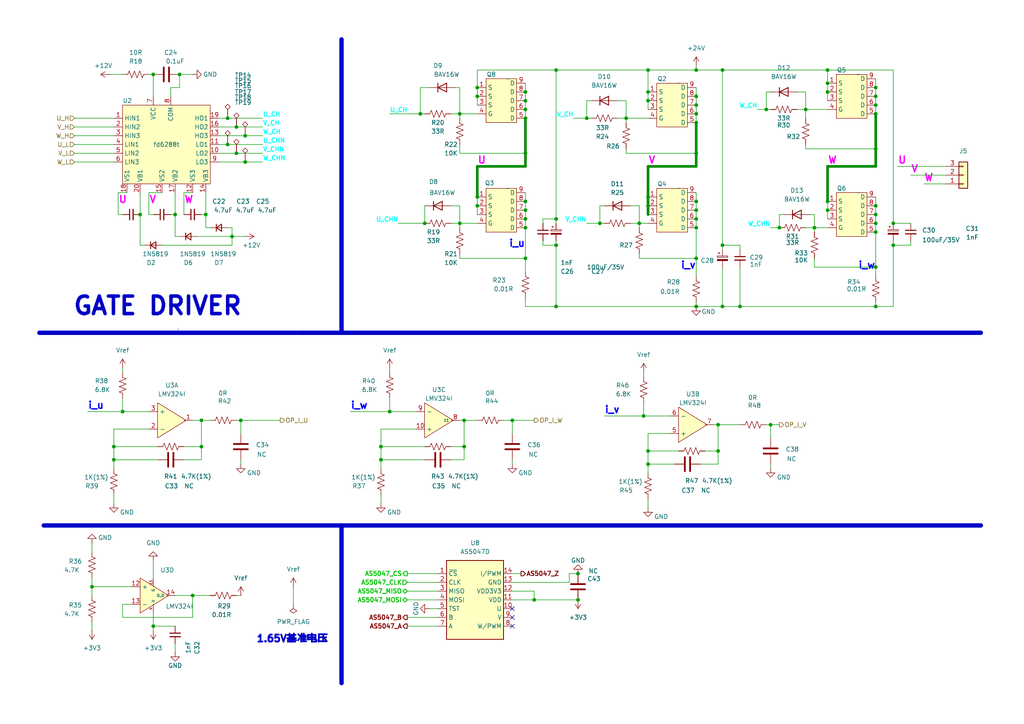
<source format=kicad_sch>
(kicad_sch (version 20231120) (generator "eeschema") (generator_version "8.0")
  (paper "A4")
  (junction (at 161.29 71.12))
  (junction (at 33.02 129.54))
  (junction (at 240.03 24.13))
  (junction (at 152.4 31.75))
  (junction (at 161.29 20.32))
  (junction (at 44.45 21.59))
  (junction (at 35.56 119.38))
  (junction (at 161.29 63.5))
  (junction (at 186.69 120.65))
  (junction (at 201.93 63.5))
  (junction (at 187.96 130.81))
  (junction (at 50.8 62.23))
  (junction (at 173.99 64.77))
  (junction (at 66.04 34.29))
  (junction (at 254 62.23))
  (junction (at 123.19 64.77))
  (junction (at 66.04 41.91))
  (junction (at 254 30.48))
  (junction (at 201.93 58.42))
  (junction (at 201.93 60.96))
  (junction (at 209.55 88.9))
  (junction (at 259.08 64.77))
  (junction (at 152.4 63.5))
  (junction (at 71.12 46.99))
  (junction (at 152.4 26.67))
  (junction (at 223.52 123.19))
  (junction (at 201.93 20.32))
  (junction (at 201.93 74.93))
  (junction (at 214.63 88.9))
  (junction (at 133.35 33.02))
  (junction (at 113.03 119.38))
  (junction (at 110.49 129.54))
  (junction (at 254 88.9))
  (junction (at 58.42 129.54))
  (junction (at 254 25.4))
  (junction (at 187.96 57.15))
  (junction (at 254 59.69))
  (junction (at 185.42 64.77))
  (junction (at 152.4 58.42))
  (junction (at 152.4 29.21))
  (junction (at 233.68 31.75))
  (junction (at 209.55 71.12))
  (junction (at 167.64 166.37))
  (junction (at 208.28 130.81))
  (junction (at 133.35 64.77))
  (junction (at 187.96 59.69))
  (junction (at 240.03 26.67))
  (junction (at 69.85 121.92))
  (junction (at 161.29 88.9))
  (junction (at 208.28 123.19))
  (junction (at 181.61 34.29))
  (junction (at 187.96 29.21))
  (junction (at 152.4 44.45))
  (junction (at 170.18 34.29))
  (junction (at 138.43 57.15))
  (junction (at 201.93 33.02))
  (junction (at 254 33.02))
  (junction (at 226.06 66.04))
  (junction (at 152.4 34.29))
  (junction (at 138.43 25.4))
  (junction (at 240.03 20.32))
  (junction (at 55.88 172.72))
  (junction (at 148.59 121.92))
  (junction (at 187.96 26.67))
  (junction (at 222.25 31.75))
  (junction (at 201.93 35.56))
  (junction (at 254 64.77))
  (junction (at 201.93 66.04))
  (junction (at 154.94 173.99))
  (junction (at 201.93 44.45))
  (junction (at 71.12 39.37))
  (junction (at 187.96 20.32))
  (junction (at 68.58 36.83))
  (junction (at 33.02 133.35))
  (junction (at 167.64 173.99))
  (junction (at 40.64 62.23))
  (junction (at 134.62 129.54))
  (junction (at 26.67 170.18))
  (junction (at 59.69 62.23))
  (junction (at 44.45 181.61))
  (junction (at 134.62 121.92))
  (junction (at 138.43 27.94))
  (junction (at 110.49 133.35))
  (junction (at 240.03 60.96))
  (junction (at 152.4 66.04))
  (junction (at 138.43 59.69))
  (junction (at 187.96 134.62))
  (junction (at 259.08 71.12))
  (junction (at 58.42 121.92))
  (junction (at 240.03 58.42))
  (junction (at 254 67.31))
  (junction (at 68.58 44.45))
  (junction (at 201.93 27.94))
  (junction (at 121.92 33.02))
  (junction (at 152.4 60.96))
  (junction (at 52.07 21.59))
  (junction (at 201.93 30.48))
  (junction (at 254 27.94))
  (junction (at 201.93 88.9))
  (junction (at 209.55 20.32))
  (junction (at 67.31 68.58))
  (junction (at 254 77.47))
  (junction (at 236.22 66.04))
  (junction (at 152.4 74.93))
  (junction (at 254 43.18))
  (no_connect (at 148.59 176.53))
  (no_connect (at 148.59 181.61))
  (no_connect (at 148.59 179.07))
  (wire (pts (xy 123.19 59.69) (xy 123.19 64.77)))
  (wire (pts (xy 130.81 59.69) (xy 133.35 59.69)))
  (wire (pts (xy 21.59 41.91) (xy 33.02 41.91)))
  (wire (pts (xy 161.29 71.12) (xy 161.29 88.9)))
  (wire (pts (xy 40.64 62.23) (xy 40.64 71.12)))
  (wire (pts (xy 35.56 179.07) (xy 55.88 179.07)))
  (wire (pts (xy 185.42 64.77) (xy 187.96 64.77)))
  (wire (pts (xy 201.93 66.04) (xy 201.93 74.93)))
  (wire (pts (xy 254 57.15) (xy 254 59.69)))
  (wire (pts (xy 161.29 63.5) (xy 161.29 64.77)))
  (wire (pts (xy 71.12 39.37) (xy 76.2 39.37)))
  (wire (pts (xy 21.59 44.45) (xy 33.02 44.45)))
  (wire (pts (xy 134.62 121.92) (xy 134.62 129.54)))
  (wire (pts (xy 236.22 66.04) (xy 240.03 66.04)))
  (wire (pts (xy 175.26 120.65) (xy 186.69 120.65)))
  (wire (pts (xy 44.45 177.8) (xy 44.45 181.61)))
  (wire (pts (xy 152.4 24.13) (xy 152.4 26.67)))
  (wire (pts (xy 264.16 69.85) (xy 264.16 71.12)))
  (wire (pts (xy 31.75 21.59) (xy 35.56 21.59)))
  (wire (pts (xy 179.07 29.21) (xy 181.61 29.21)))
  (wire (pts (xy 161.29 20.32) (xy 161.29 63.5)))
  (wire (pts (xy 50.8 186.69) (xy 50.8 189.23)))
  (wire (pts (xy 69.85 133.35) (xy 69.85 134.62)))
  (wire (pts (xy 154.94 171.45) (xy 154.94 173.99)))
  (wire (pts (xy 58.42 129.54) (xy 58.42 121.92)))
  (wire (pts (xy 240.03 60.96) (xy 240.03 63.5)))
  (polyline (pts (xy 51.816 95.504) (xy 51.562 95.504)) (stroke (width 0) (type dash)))
  (wire (pts (xy 209.55 71.12) (xy 209.55 72.39)))
  (wire (pts (xy 49.53 25.4) (xy 52.07 25.4)))
  (wire (pts (xy 26.67 167.64) (xy 26.67 170.18)))
  (wire (pts (xy 58.42 129.54) (xy 58.42 133.35)))
  (wire (pts (xy 110.49 143.51) (xy 110.49 146.05)))
  (wire (pts (xy 121.92 25.4) (xy 121.92 33.02)))
  (wire (pts (xy 152.4 48.26) (xy 138.43 48.26)) (stroke (width 0.762) (color 0 132 0 1)))
  (wire (pts (xy 236.22 62.23) (xy 236.22 66.04)))
  (wire (pts (xy 186.69 107.95) (xy 186.69 109.22)))
  (wire (pts (xy 254 43.18) (xy 254 48.26)) (stroke (width 0.762) (color 0 132 0 1)))
  (wire (pts (xy 58.42 133.35) (xy 53.34 133.35)))
  (wire (pts (xy 101.6 119.38) (xy 113.03 119.38)))
  (wire (pts (xy 240.03 26.67) (xy 240.03 29.21)))
  (wire (pts (xy 182.88 64.77) (xy 185.42 64.77)))
  (wire (pts (xy 26.67 157.48) (xy 26.67 160.02)))
  (wire (pts (xy 55.88 121.92) (xy 58.42 121.92)))
  (wire (pts (xy 118.11 179.07) (xy 127 179.07)))
  (wire (pts (xy 43.18 124.46) (xy 33.02 124.46)))
  (wire (pts (xy 63.5 34.29) (xy 66.04 34.29)))
  (wire (pts (xy 152.4 63.5) (xy 152.4 66.04)))
  (wire (pts (xy 34.29 62.23) (xy 35.56 62.23)))
  (wire (pts (xy 185.42 64.77) (xy 185.42 66.04)))
  (wire (pts (xy 138.43 25.4) (xy 138.43 20.32)))
  (wire (pts (xy 165.1 166.37) (xy 167.64 166.37)))
  (wire (pts (xy 187.96 57.15) (xy 187.96 59.69)) (stroke (width 0.762) (color 0 132 0 1)))
  (wire (pts (xy 21.59 39.37) (xy 33.02 39.37)))
  (wire (pts (xy 181.61 44.45) (xy 201.93 44.45)))
  (wire (pts (xy 43.18 21.59) (xy 44.45 21.59)))
  (wire (pts (xy 187.96 134.62) (xy 195.58 134.62)))
  (wire (pts (xy 33.02 133.35) (xy 45.72 133.35)))
  (wire (pts (xy 226.06 62.23) (xy 226.06 66.04)))
  (wire (pts (xy 264.16 71.12) (xy 259.08 71.12)))
  (wire (pts (xy 67.31 68.58) (xy 71.12 68.58)))
  (wire (pts (xy 52.07 21.59) (xy 55.88 21.59)))
  (wire (pts (xy 33.02 124.46) (xy 33.02 129.54)))
  (wire (pts (xy 59.69 62.23) (xy 59.69 55.88)))
  (wire (pts (xy 214.63 88.9) (xy 254 88.9)))
  (wire (pts (xy 118.11 168.91) (xy 127 168.91)))
  (wire (pts (xy 63.5 41.91) (xy 66.04 41.91)))
  (wire (pts (xy 170.18 29.21) (xy 170.18 34.29)))
  (wire (pts (xy 133.35 121.92) (xy 134.62 121.92)))
  (wire (pts (xy 133.35 33.02) (xy 138.43 33.02)))
  (wire (pts (xy 43.18 62.23) (xy 43.18 55.88)))
  (wire (pts (xy 69.85 121.92) (xy 69.85 125.73)))
  (wire (pts (xy 165.1 168.91) (xy 165.1 166.37)))
  (wire (pts (xy 157.48 63.5) (xy 161.29 63.5)))
  (wire (pts (xy 130.81 133.35) (xy 134.62 133.35)))
  (wire (pts (xy 233.68 41.91) (xy 233.68 43.18)))
  (wire (pts (xy 68.58 121.92) (xy 69.85 121.92)))
  (wire (pts (xy 68.58 36.83) (xy 76.2 36.83)))
  (wire (pts (xy 208.28 130.81) (xy 208.28 134.62)))
  (wire (pts (xy 231.14 26.67) (xy 233.68 26.67)))
  (wire (pts (xy 181.61 34.29) (xy 181.61 35.56)))
  (wire (pts (xy 110.49 129.54) (xy 110.49 133.35)))
  (wire (pts (xy 138.43 57.15) (xy 138.43 59.69)))
  (wire (pts (xy 40.64 71.12) (xy 41.91 71.12)))
  (wire (pts (xy 173.99 59.69) (xy 173.99 64.77)))
  (wire (pts (xy 267.97 53.34) (xy 274.32 53.34)))
  (wire (pts (xy 170.18 64.77) (xy 173.99 64.77)))
  (wire (pts (xy 152.4 66.04) (xy 152.4 74.93)))
  (wire (pts (xy 234.95 62.23) (xy 236.22 62.23)))
  (wire (pts (xy 63.5 44.45) (xy 68.58 44.45)))
  (wire (pts (xy 181.61 34.29) (xy 187.96 34.29)))
  (wire (pts (xy 201.93 30.48) (xy 201.93 33.02)))
  (wire (pts (xy 21.59 34.29) (xy 33.02 34.29)))
  (wire (pts (xy 209.55 77.47) (xy 209.55 88.9)))
  (wire (pts (xy 208.28 123.19) (xy 214.63 123.19)))
  (wire (pts (xy 130.81 64.77) (xy 133.35 64.77)))
  (wire (pts (xy 254 48.26) (xy 240.03 48.26)) (stroke (width 0.762) (color 0 132 0 1)))
  (wire (pts (xy 63.5 39.37) (xy 71.12 39.37)))
  (wire (pts (xy 34.29 55.88) (xy 36.83 55.88)))
  (wire (pts (xy 53.34 129.54) (xy 58.42 129.54)))
  (wire (pts (xy 259.08 20.32) (xy 259.08 64.77)))
  (wire (pts (xy 146.05 121.92) (xy 148.59 121.92)))
  (wire (pts (xy 231.14 31.75) (xy 233.68 31.75)))
  (wire (pts (xy 124.46 25.4) (xy 121.92 25.4)))
  (wire (pts (xy 240.03 24.13) (xy 240.03 26.67)))
  (wire (pts (xy 201.93 20.32) (xy 209.55 20.32)))
  (wire (pts (xy 44.45 162.56) (xy 44.45 167.64)))
  (wire (pts (xy 148.59 171.45) (xy 154.94 171.45)))
  (wire (pts (xy 152.4 60.96) (xy 152.4 63.5)))
  (wire (pts (xy 133.35 41.91) (xy 133.35 44.45)))
  (wire (pts (xy 240.03 48.26) (xy 240.03 58.42)) (stroke (width 0.762) (color 0 132 0 1)))
  (wire (pts (xy 227.33 62.23) (xy 226.06 62.23)))
  (wire (pts (xy 53.34 55.88) (xy 55.88 55.88)))
  (wire (pts (xy 118.11 171.45) (xy 127 171.45)))
  (wire (pts (xy 43.18 62.23) (xy 44.45 62.23)))
  (wire (pts (xy 201.93 74.93) (xy 201.93 80.01)))
  (wire (pts (xy 133.35 64.77) (xy 133.35 66.04)))
  (wire (pts (xy 152.4 29.21) (xy 152.4 31.75)))
  (wire (pts (xy 118.11 166.37) (xy 127 166.37)))
  (wire (pts (xy 201.93 48.26) (xy 187.96 48.26)) (stroke (width 0.762) (color 0 132 0 1)))
  (wire (pts (xy 222.25 31.75) (xy 223.52 31.75)))
  (wire (pts (xy 201.93 60.96) (xy 201.93 63.5)))
  (wire (pts (xy 233.68 31.75) (xy 240.03 31.75)))
  (wire (pts (xy 240.03 20.32) (xy 240.03 24.13)))
  (wire (pts (xy 152.4 44.45) (xy 152.4 48.26)) (stroke (width 0.762) (color 0 132 0 1)))
  (wire (pts (xy 254 22.86) (xy 254 25.4)))
  (wire (pts (xy 254 30.48) (xy 254 33.02)))
  (wire (pts (xy 66.04 41.91) (xy 76.2 41.91)))
  (wire (pts (xy 187.96 130.81) (xy 196.85 130.81)))
  (wire (pts (xy 134.62 129.54) (xy 134.62 133.35)))
  (wire (pts (xy 204.47 130.81) (xy 208.28 130.81)))
  (wire (pts (xy 69.85 121.92) (xy 81.28 121.92)))
  (wire (pts (xy 133.35 44.45) (xy 152.4 44.45)))
  (wire (pts (xy 161.29 88.9) (xy 201.93 88.9)))
  (wire (pts (xy 187.96 125.73) (xy 187.96 130.81)))
  (wire (pts (xy 35.56 175.26) (xy 35.56 179.07)))
  (wire (pts (xy 187.96 125.73) (xy 194.31 125.73)))
  (wire (pts (xy 113.03 33.02) (xy 121.92 33.02)))
  (wire (pts (xy 209.55 20.32) (xy 209.55 71.12)))
  (wire (pts (xy 113.03 119.38) (xy 120.65 119.38)))
  (wire (pts (xy 187.96 144.78) (xy 187.96 147.32)))
  (wire (pts (xy 254 62.23) (xy 254 64.77)))
  (wire (pts (xy 260.35 48.26) (xy 274.32 48.26)))
  (wire (pts (xy 171.45 29.21) (xy 170.18 29.21)))
  (wire (pts (xy 67.31 68.58) (xy 67.31 71.12)))
  (wire (pts (xy 187.96 137.16) (xy 187.96 134.62)))
  (wire (pts (xy 233.68 26.67) (xy 233.68 31.75)))
  (wire (pts (xy 201.93 63.5) (xy 201.93 66.04)))
  (wire (pts (xy 187.96 59.69) (xy 187.96 62.23)) (stroke (width 0.762) (color 0 132 0 1)))
  (wire (pts (xy 55.88 172.72) (xy 60.96 172.72)))
  (wire (pts (xy 173.99 64.77) (xy 175.26 64.77)))
  (wire (pts (xy 233.68 31.75) (xy 233.68 34.29)))
  (wire (pts (xy 133.35 33.02) (xy 133.35 34.29)))
  (wire (pts (xy 254 64.77) (xy 254 67.31)))
  (wire (pts (xy 52.07 25.4) (xy 52.07 21.59)))
  (wire (pts (xy 157.48 64.77) (xy 157.48 63.5)))
  (wire (pts (xy 152.4 86.36) (xy 152.4 88.9)))
  (wire (pts (xy 148.59 133.35) (xy 148.59 134.62)))
  (wire (pts (xy 254 88.9) (xy 259.08 88.9)))
  (wire (pts (xy 173.99 59.69) (xy 175.26 59.69)))
  (wire (pts (xy 63.5 46.99) (xy 71.12 46.99)))
  (wire (pts (xy 53.34 62.23) (xy 53.34 55.88)))
  (wire (pts (xy 33.02 143.51) (xy 33.02 146.05)))
  (wire (pts (xy 170.18 34.29) (xy 171.45 34.29)))
  (wire (pts (xy 21.59 36.83) (xy 33.02 36.83)))
  (wire (pts (xy 254 33.02) (xy 254 43.18)) (stroke (width 0.762) (color 0 132 0 1)))
  (wire (pts (xy 187.96 29.21) (xy 187.96 31.75)))
  (wire (pts (xy 130.81 33.02) (xy 133.35 33.02)))
  (wire (pts (xy 21.59 46.99) (xy 33.02 46.99)))
  (wire (pts (xy 152.4 31.75) (xy 152.4 34.29)))
  (wire (pts (xy 68.58 172.72) (xy 69.85 172.72)))
  (wire (pts (xy 152.4 88.9) (xy 161.29 88.9)))
  (wire (pts (xy 254 87.63) (xy 254 88.9)))
  (wire (pts (xy 133.35 73.66) (xy 133.35 74.93)))
  (wire (pts (xy 50.8 68.58) (xy 52.07 68.58)))
  (wire (pts (xy 133.35 74.93) (xy 152.4 74.93)))
  (wire (pts (xy 133.35 64.77) (xy 138.43 64.77)))
  (wire (pts (xy 68.58 44.45) (xy 76.2 44.45)))
  (wire (pts (xy 46.99 71.12) (xy 67.31 71.12)))
  (wire (pts (xy 123.19 64.77) (xy 115.57 64.77)))
  (wire (pts (xy 110.49 129.54) (xy 123.19 129.54)))
  (wire (pts (xy 254 77.47) (xy 254 80.01)))
  (wire (pts (xy 201.93 44.45) (xy 201.93 48.26)) (stroke (width 0.762) (color 0 132 0 1)))
  (wire (pts (xy 148.59 168.91) (xy 165.1 168.91)))
  (wire (pts (xy 187.96 20.32) (xy 187.96 26.67)))
  (wire (pts (xy 222.25 26.67) (xy 222.25 31.75)))
  (wire (pts (xy 240.03 20.32) (xy 259.08 20.32)))
  (wire (pts (xy 187.96 130.81) (xy 187.96 134.62)))
  (wire (pts (xy 35.56 119.38) (xy 43.18 119.38)))
  (wire (pts (xy 148.59 121.92) (xy 154.94 121.92)))
  (polyline (pts (xy 87.63 96.52) (xy 284.48 96.52)) (stroke (width 1.27)))
  (wire (pts (xy 254 27.94) (xy 254 30.48)))
  (wire (pts (xy 223.52 66.04) (xy 226.06 66.04)))
  (wire (pts (xy 187.96 20.32) (xy 201.93 20.32)))
  (wire (pts (xy 26.67 180.34) (xy 26.67 182.88)))
  (wire (pts (xy 152.4 74.93) (xy 152.4 78.74)))
  (wire (pts (xy 209.55 71.12) (xy 214.63 71.12)))
  (wire (pts (xy 130.81 129.54) (xy 134.62 129.54)))
  (wire (pts (xy 34.29 55.88) (xy 34.29 62.23)))
  (wire (pts (xy 209.55 88.9) (xy 214.63 88.9)))
  (wire (pts (xy 71.12 46.99) (xy 76.2 46.99)))
  (wire (pts (xy 214.63 72.39) (xy 214.63 71.12)))
  (wire (pts (xy 50.8 172.72) (xy 55.88 172.72)))
  (wire (pts (xy 138.43 30.48) (xy 138.43 27.94)))
  (polyline (pts (xy 99.06 152.4) (xy 99.06 198.12)) (stroke (width 1.27)))
  (wire (pts (xy 264.16 50.8) (xy 274.32 50.8)))
  (wire (pts (xy 259.08 69.85) (xy 259.08 71.12)))
  (wire (pts (xy 138.43 59.69) (xy 138.43 62.23)))
  (wire (pts (xy 40.64 55.88) (xy 40.64 62.23)))
  (wire (pts (xy 133.35 25.4) (xy 133.35 33.02)))
  (wire (pts (xy 203.2 134.62) (xy 208.28 134.62)))
  (wire (pts (xy 121.92 33.02) (xy 123.19 33.02)))
  (wire (pts (xy 157.48 69.85) (xy 157.48 71.12)))
  (wire (pts (xy 35.56 115.57) (xy 35.56 119.38)))
  (wire (pts (xy 154.94 173.99) (xy 167.64 173.99)))
  (wire (pts (xy 58.42 121.92) (xy 60.96 121.92)))
  (wire (pts (xy 161.29 69.85) (xy 161.29 71.12)))
  (wire (pts (xy 124.46 176.53) (xy 127 176.53)))
  (wire (pts (xy 63.5 36.83) (xy 68.58 36.83)))
  (wire (pts (xy 161.29 20.32) (xy 187.96 20.32)))
  (wire (pts (xy 207.01 123.19) (xy 208.28 123.19)))
  (wire (pts (xy 201.93 19.05) (xy 201.93 20.32)))
  (wire (pts (xy 118.11 173.99) (xy 127 173.99)))
  (wire (pts (xy 44.45 181.61) (xy 50.8 181.61)))
  (wire (pts (xy 254 25.4) (xy 254 27.94)))
  (wire (pts (xy 44.45 21.59) (xy 44.45 27.94)))
  (wire (pts (xy 236.22 66.04) (xy 236.22 67.31)))
  (wire (pts (xy 58.42 62.23) (xy 59.69 62.23)))
  (wire (pts (xy 259.08 71.12) (xy 259.08 88.9)))
  (polyline (pts (xy 12.7 152.4) (xy 284.48 152.4)) (stroke (width 1.27)))
  (wire (pts (xy 187.96 26.67) (xy 187.96 29.21)))
  (wire (pts (xy 186.69 116.84) (xy 186.69 120.65)))
  (wire (pts (xy 133.35 59.69) (xy 133.35 64.77)))
  (wire (pts (xy 138.43 20.32) (xy 161.29 20.32)))
  (wire (pts (xy 236.22 74.93) (xy 236.22 77.47)))
  (wire (pts (xy 208.28 123.19) (xy 208.28 130.81)))
  (wire (pts (xy 57.15 68.58) (xy 67.31 68.58)))
  (wire (pts (xy 26.67 170.18) (xy 26.67 172.72)))
  (wire (pts (xy 38.1 175.26) (xy 35.56 175.26)))
  (wire (pts (xy 113.03 106.68) (xy 113.03 107.95)))
  (wire (pts (xy 254 67.31) (xy 254 77.47)))
  (wire (pts (xy 154.94 173.99) (xy 148.59 173.99)))
  (wire (pts (xy 233.68 43.18) (xy 254 43.18)))
  (wire (pts (xy 187.96 48.26) (xy 187.96 57.15)) (stroke (width 0.762) (color 0 132 0 1)))
  (wire (pts (xy 35.56 106.68) (xy 35.56 107.95)))
  (wire (pts (xy 59.69 62.23) (xy 59.69 66.04)))
  (wire (pts (xy 152.4 34.29) (xy 152.4 44.45)) (stroke (width 0.762) (color 0 132 0 1)))
  (wire (pts (xy 185.42 74.93) (xy 201.93 74.93)))
  (wire (pts (xy 148.59 166.37) (xy 151.13 166.37)))
  (wire (pts (xy 148.59 121.92) (xy 148.59 125.73)))
  (wire (pts (xy 179.07 34.29) (xy 181.61 34.29)))
  (wire (pts (xy 222.25 26.67) (xy 223.52 26.67)))
  (wire (pts (xy 157.48 71.12) (xy 161.29 71.12)))
  (wire (pts (xy 201.93 87.63) (xy 201.93 88.9)))
  (wire (pts (xy 254 59.69) (xy 254 62.23)))
  (wire (pts (xy 201.93 35.56) (xy 201.93 44.45)) (stroke (width 0.762) (color 0 132 0 1)))
  (wire (pts (xy 181.61 43.18) (xy 181.61 44.45)))
  (wire (pts (xy 233.68 66.04) (xy 236.22 66.04)))
  (wire (pts (xy 49.53 62.23) (xy 50.8 62.23)))
  (wire (pts (xy 166.37 34.29) (xy 170.18 34.29)))
  (wire (pts (xy 185.42 73.66) (xy 185.42 74.93)))
  (wire (pts (xy 44.45 181.61) (xy 44.45 182.88)))
  (wire (pts (xy 33.02 135.89) (xy 33.02 133.35)))
  (wire (pts (xy 223.52 134.62) (xy 223.52 135.89)))
  (wire (pts (xy 55.88 172.72) (xy 55.88 179.07)))
  (wire (pts (xy 59.69 66.04) (xy 60.96 66.04)))
  (wire (pts (xy 110.49 133.35) (xy 123.19 133.35)))
  (wire (pts (xy 43.18 55.88) (xy 46.99 55.88)))
  (polyline (pts (xy 99.06 11.43) (xy 99.06 96.52)) (stroke (width 1.27)))
  (wire (pts (xy 201.93 58.42) (xy 201.93 60.96)))
  (wire (pts (xy 33.02 129.54) (xy 45.72 129.54)))
  (wire (pts (xy 25.4 119.38) (xy 35.56 119.38)))
  (wire (pts (xy 50.8 62.23) (xy 50.8 68.58)))
  (wire (pts (xy 110.49 124.46) (xy 110.49 129.54)))
  (wire (pts (xy 219.71 31.75) (xy 222.25 31.75)))
  (wire (pts (xy 236.22 77.47) (xy 254 77.47)))
  (wire (pts (xy 201.93 25.4) (xy 201.93 27.94)))
  (wire (pts (xy 66.04 34.29) (xy 76.2 34.29)))
  (wire (pts (xy 118.11 181.61) (xy 127 181.61)))
  (wire (pts (xy 223.52 123.19) (xy 226.06 123.19)))
  (wire (pts (xy 33.02 129.54) (xy 33.02 133.35)))
  (wire (pts (xy 201.93 55.88) (xy 201.93 58.42)))
  (wire (pts (xy 49.53 27.94) (xy 49.53 25.4)))
  (wire (pts (xy 67.31 66.04) (xy 67.31 68.58)))
  (wire (pts (xy 26.67 170.18) (xy 38.1 170.18)))
  (wire (pts (xy 186.69 120.65) (xy 194.31 120.65)))
  (wire (pts (xy 259.08 64.77) (xy 264.16 64.77)))
  (wire (pts (xy 152.4 55.88) (xy 152.4 58.42)))
  (wire (pts (xy 134.62 121.92) (xy 138.43 121.92)))
  (wire (pts (xy 223.52 123.19) (xy 223.52 127)))
  (wire (pts (xy 201.93 33.02) (xy 201.93 35.56)))
  (wire (pts (xy 110.49 124.46) (xy 120.65 124.46)))
  (wire (pts (xy 222.25 123.19) (xy 223.52 123.19)))
  (wire (pts (xy 214.63 77.47) (xy 214.63 88.9)))
  (wire (pts (xy 138.43 27.94) (xy 138.43 25.4)))
  (wire (pts (xy 66.04 66.04) (xy 67.31 66.04)))
  (wire (pts (xy 110.49 135.89) (xy 110.49 133.35)))
  (wire (pts (xy 85.09 170.18) (xy 85.09 175.26)))
  (wire (pts (xy 201.93 88.9) (xy 209.55 88.9)))
  (wire (pts (xy 201.93 27.94) (xy 201.93 30.48)))
  (wire (pts (xy 50.8 55.88) (xy 50.8 62.23)))
  (polyline (pts (xy 11.43 96.52) (xy 87.63 96.52)) (stroke (width 1.27)))
  (wire (pts (xy 132.08 25.4) (xy 133.35 25.4)))
  (wire (pts (xy 209.55 20.32) (xy 240.03 20.32)))
  (wire (pts (xy 152.4 26.67) (xy 152.4 29.21)))
  (wire (pts (xy 152.4 58.42) (xy 152.4 60.96)))
  (wire (pts (xy 240.03 58.42) (xy 240.03 60.96)))
  (wire (pts (xy 138.43 48.26) (xy 138.43 57.15)) (stroke (width 0.762) (color 0 132 0 1)))
  (wire (pts (xy 185.42 59.69) (xy 182.88 59.69)))
  (wire (pts (xy 181.61 29.21) (xy 181.61 34.29)))
  (wire (pts (xy 113.03 115.57) (xy 113.03 119.38)))
  (wire (pts (xy 185.42 64.77) (xy 185.42 59.69)))
  (text "GATE DRIVER" (at 45.72 88.9 0) (effects (font (size 5.08 5.08) (bold yes))))
  (text "1.65V基准电压" (at 84.836 185.42 0) (effects (font (size 2.032 2.032) (thickness 1.016) (bold yes))))
  (label "U_CH" (at 76.2 34.29 0) (effects (font (thickness 0.254) (bold yes))))
  (label "W" (at 53.34 59.69 0) (effects (font (size 2.032 2.032) (thickness 0.4064) (bold yes))))
  (label "W" (at 267.97 53.34 0) (effects (font (size 2.032 2.032) (thickness 0.4064) (bold yes))))
  (label "U" (at 138.43 48.26 0) (effects (font (size 2.032 2.032) (thickness 0.4064) (bold yes))))
  (label "U_CHN" (at 76.2 41.91 0) (effects (font (thickness 0.254) (bold yes))))
  (label "i_v" (at 175.26 120.65 0) (effects (font (size 2.032 2.032) (thickness 0.4064) (bold yes))))
  (label "V_CH" (at 76.2 36.83 0) (effects (font (thickness 0.254) (bold yes))))
  (label "W" (at 240.03 48.26 0) (effects (font (size 2.032 2.032) (thickness 0.4064) (bold yes))))
  (label "W_CH" (at 219.71 31.75 180) (effects (font (thickness 0.254) (bold yes))))
  (label "i_u" (at 25.4 119.38 0) (effects (font (size 2.032 2.032) (thickness 0.4064) (bold yes))))
  (label "i_v" (at 201.93 78.74 180) (effects (font (size 2.032 2.032) (thickness 0.4064) (bold yes))))
  (label "U_CH" (at 113.03 33.02 0) (effects (font (thickness 0.254) (bold yes))))
  (label "U" (at 260.35 48.26 0) (effects (font (size 2.032 2.032) (thickness 0.4064) (bold yes))))
  (label "V" (at 43.18 59.69 0) (effects (font (size 2.032 2.032) (thickness 0.4064) (bold yes))))
  (label "U" (at 34.29 59.69 0) (effects (font (size 2.032 2.032) (thickness 0.4064) (bold yes))))
  (label "V_CHN" (at 76.2 44.45 0) (effects (font (thickness 0.254) (bold yes))))
  (label "U_CHN" (at 115.57 64.77 180) (effects (font (thickness 0.254) (bold yes))))
  (label "V_CH" (at 166.37 34.29 180) (effects (font (thickness 0.254) (bold yes))))
  (label "V" (at 187.96 48.26 0) (effects (font (size 2.032 2.032) (thickness 0.4064) (bold yes))))
  (label "i_u" (at 152.4 72.39 180) (effects (font (size 2.032 2.032) (thickness 0.4064) (bold yes))))
  (label "V_CHN" (at 170.18 64.77 180) (effects (font (thickness 0.254) (bold yes))))
  (label "i_w" (at 101.6 119.38 0) (effects (font (size 2.032 2.032) (thickness 0.4064) (bold yes))))
  (label "V" (at 264.16 50.8 0) (effects (font (size 2.032 2.032) (thickness 0.4064) (bold yes))))
  (label "W_CHN" (at 76.2 46.99 0) (effects (font (thickness 0.254) (bold yes))))
  (label "W_CH" (at 76.2 39.37 0) (effects (font (thickness 0.254) (bold yes))))
  (label "i_w" (at 254 78.74 180) (effects (font (size 2.032 2.032) (thickness 0.4064) (bold yes))))
  (label "W_CHN" (at 223.52 66.04 180) (effects (font (thickness 0.254) (bold yes))))
  (hierarchical_label "AS5047_CS" (shape output) (at 118.11 166.37 180) (effects (font (thickness 0.254) (bold yes))))
  (hierarchical_label "OP_I_V" (shape output) (at 226.06 123.19 0))
  (hierarchical_label "W_L" (shape input) (at 21.59 46.99 180))
  (hierarchical_label "AS5047_MOSI" (shape bidirectional) (at 118.11 173.99 180) (effects (font (bold yes))))
  (hierarchical_label "OP_I_U" (shape output) (at 81.28 121.92 0))
  (hierarchical_label "AS5047_MISO" (shape bidirectional) (at 118.11 171.45 180) (effects (font (bold yes))))
  (hierarchical_label "AS5047_B" (shape output) (at 118.11 179.07 180) (effects (font (thickness 0.254) (bold yes))))
  (hierarchical_label "AS5047_CLK" (shape input) (at 118.11 168.91 180) (effects (font (bold yes))))
  (hierarchical_label "AS5047_Z" (shape output) (at 151.13 166.37 0) (effects (font (thickness 0.254) (bold yes))))
  (hierarchical_label "AS5047_A" (shape output) (at 118.11 181.61 180) (effects (font (thickness 0.254) (bold yes))))
  (hierarchical_label "U_L" (shape input) (at 21.59 41.91 180))
  (hierarchical_label "W_H" (shape input) (at 21.59 39.37 180))
  (hierarchical_label "V_L" (shape input) (at 21.59 44.45 180))
  (hierarchical_label "OP_I_W" (shape output) (at 154.94 121.92 0))
  (hierarchical_label "V_H" (shape input) (at 21.59 36.83 180))
  (hierarchical_label "U_H" (shape input) (at 21.59 34.29 180))
  (symbol (lib_id "User_Power:HYG025N06") (at 140.97 22.86 0) (unit 1)
    (property "Reference" "Q8" (at 142.494 21.59 0))
    (property "Value" "~" (at 147.32 22.86 0))
    (property "Footprint" "Package_DFN_QFN:DFN-8-1EP_6x5mm_P1.27mm_EP4x4mm" (effects (hide yes)))
  )
  (symbol (lib_id "power:GND") (at 110.49 146.05 0) (unit 1)
    (property "Reference" "#PWR052" (effects (hide yes)))
    (property "Value" "GND" (at 114.3 148.59 0))
  )
  (symbol (lib_id "Device:C_Small") (at 157.48 67.31 0) (mirror y) (unit 1)
    (property "Reference" "C26" (at 162.56 78.74 0) (effects (justify right)))
    (property "Value" "1nF" (at 162.56 76.2 0) (effects (justify right)))
    (property "Footprint" "Capacitor_SMD:C_0603_1608Metric" (effects (hide yes)))
  )
  (symbol (lib_id "Device:R_US") (at 35.56 111.76 0) (unit 1)
    (property "Reference" "R38" (at 29.464 110.49 0))
    (property "Value" "6.8K" (at 29.718 113.03 0))
    (property "Footprint" "Resistor_SMD:R_0603_1608Metric" (effects (hide yes)))
  )
  (symbol (lib_id "Device:C") (at 148.59 129.54 180) (unit 1)
    (property "Reference" "C36" (at 156.845 129.032 0) (effects (justify left)))
    (property "Value" "NC" (at 156.083 131.826 0) (effects (justify left)))
    (property "Footprint" "Capacitor_SMD:C_0603_1608Metric" (effects (hide yes)))
  )
  (symbol (lib_id "power:GND") (at 167.64 166.37 180) (unit 1)
    (property "Reference" "#PWR062" (effects (hide yes)))
    (property "Value" "GND" (at 165.608 162.56 0) (effects (justify right)))
    (property "Description" "Power symbol creates a global label with name \"GND\" , ground" (effects (hide yes)))
  )
  (symbol (lib_id "Device:C_Small") (at 50.8 184.15 0) (mirror y) (unit 1)
    (property "Reference" "C32" (at 57.15 185.928 90) (effects (justify right)))
    (property "Value" "1nF" (at 54.61 185.928 90) (effects (justify right)))
    (property "Footprint" "Capacitor_SMD:C_0603_1608Metric" (effects (hide yes)))
  )
  (symbol (lib_id "power:GND") (at 201.93 88.9 0) (unit 1)
    (property "Reference" "#PWR044" (effects (hide yes)))
    (property "Value" "GND" (at 205.486 90.424 0))
  )
  (symbol (lib_id "Device:C") (at 199.39 134.62 90) (unit 1)
    (property "Reference" "C37" (at 201.549 142.24 90) (effects (justify left)))
    (property "Value" "NC" (at 206.121 142.24 90) (effects (justify left)))
    (property "Footprint" "Capacitor_SMD:C_0603_1608Metric" (effects (hide yes)))
  )
  (symbol (lib_id "Device:R_US") (at 127 129.54 90) (unit 1)
    (property "Reference" "R43" (at 127 138.176 90))
    (property "Value" "4.7K(1%)" (at 134.366 138.176 90))
    (property "Footprint" "Resistor_SMD:R_0603_1608Metric" (effects (hide yes)))
  )
  (symbol (lib_id "Device:R_US") (at 26.67 163.83 180) (unit 1)
    (property "Reference" "R36" (at 21.844 162.814 0))
    (property "Value" "4.7K" (at 20.828 165.354 0))
    (property "Footprint" "Resistor_SMD:R_0603_1608Metric" (effects (hide yes)))
  )
  (symbol (lib_id "Device:R_US") (at 33.02 139.7 180) (unit 1)
    (property "Reference" "R39" (at 26.67 140.97 0))
    (property "Value" "1K(1%)" (at 27.94 138.43 0))
    (property "Footprint" "Resistor_SMD:R_0603_1608Metric" (effects (hide yes)))
  )
  (symbol (lib_id "Device:R_US") (at 26.67 176.53 180) (unit 1)
    (property "Reference" "R35" (at 21.844 175.514 0))
    (property "Value" "4.7K" (at 20.828 178.054 0))
    (property "Footprint" "Resistor_SMD:R_0603_1608Metric" (effects (hide yes)))
  )
  (symbol (lib_id "Device:R_US") (at 127 33.02 270) (unit 1)
    (property "Reference" "R20" (at 127 35.56 90))
    (property "Value" "33R" (at 127 38.1 90))
    (property "Footprint" "Resistor_SMD:R_0603_1608Metric" (effects (hide yes)))
  )
  (symbol (lib_id "power:GND") (at 26.67 157.48 180) (unit 1)
    (property "Reference" "#PWR045" (effects (hide yes)))
    (property "Value" "GND" (at 30.48 155.956 0))
    (property "Description" "Power symbol creates a global label with name \"GND\" , ground" (effects (hide yes)))
  )
  (symbol (lib_id "Device:R_US") (at 229.87 66.04 270) (unit 1)
    (property "Reference" "R31" (at 229.87 68.58 90))
    (property "Value" "33R" (at 229.87 70.358 90))
    (property "Footprint" "Resistor_SMD:R_0603_1608Metric" (effects (hide yes)))
  )
  (symbol (lib_id "User_Sensor:LMV324IDT") (at 196.85 118.11 0) (unit 2)
    (property "Reference" "U3" (at 200.9775 114.3 0))
    (property "Value" "LMV324I" (at 200.9775 116.84 0))
    (property "Footprint" "Package_SO:SSOP-14_5.3x6.2mm_P0.65mm" (effects (hide yes)))
  )
  (symbol (lib_id "User_Power:HYG025N06") (at 242.57 55.88 0) (unit 1)
    (property "Reference" "Q6" (at 244.094 54.61 0))
    (property "Value" "~" (at 248.92 55.88 0))
    (property "Footprint" "Package_DFN_QFN:DFN-8-1EP_6x5mm_P1.27mm_EP4x4mm" (effects (hide yes)))
  )
  (symbol (lib_id "Device:C_Small") (at 55.88 62.23 90) (unit 1)
    (property "Reference" "C25" (at 76.2 58.42 90))
    (property "Value" "4.7uF" (at 77.47 60.96 90))
    (property "Footprint" "Capacitor_SMD:C_0805_2012Metric" (effects (hide yes)))
  )
  (symbol (lib_id "Device:C") (at 49.53 133.35 90) (unit 1)
    (property "Reference" "C33" (at 51.689 140.97 90) (effects (justify left)))
    (property "Value" "NC" (at 56.261 140.97 90) (effects (justify left)))
    (property "Footprint" "Capacitor_SMD:C_0603_1608Metric" (effects (hide yes)))
  )
  (symbol (lib_id "power:GND") (at 50.8 189.23 0) (unit 1)
    (property "Reference" "#PWR047" (effects (hide yes)))
    (property "Value" "GND" (at 52.832 193.04 0) (effects (justify right)))
    (property "Description" "Power symbol creates a global label with name \"GND\" , ground" (effects (hide yes)))
  )
  (symbol (lib_id "Device:R_US") (at 218.44 123.19 90) (unit 1)
    (property "Reference" "R48" (at 218.821 117.602 90))
    (property "Value" "0R" (at 218.313 115.316 90))
    (property "Footprint" "Resistor_SMD:R_0603_1608Metric" (effects (hide yes)))
  )
  (symbol (lib_id "Device:R_US") (at 233.68 38.1 0) (unit 1)
    (property "Reference" "R32" (at 230.124 39.624 0))
    (property "Value" "4.7K" (effects (hide yes)))
    (property "Footprint" "Resistor_SMD:R_0603_1608Metric" (effects (hide yes)))
  )
  (symbol (lib_id "Device:C") (at 69.85 129.54 180) (unit 1)
    (property "Reference" "C34" (at 78.105 129.032 0) (effects (justify left)))
    (property "Value" "NC" (at 77.343 131.826 0) (effects (justify left)))
    (property "Footprint" "Capacitor_SMD:C_0603_1608Metric" (effects (hide yes)))
  )
  (symbol (lib_id "power:GND") (at 33.02 146.05 0) (unit 1)
    (property "Reference" "#PWR051" (effects (hide yes)))
    (property "Value" "GND" (at 36.83 148.59 0))
  )
  (symbol (lib_id "User_Sensor:AS5047D") (at 139.7 173.99 0) (unit 1)
    (property "Reference" "U8" (at 137.795 157.48 0))
    (property "Value" "AS5047D" (at 137.795 160.02 0))
    (property "Footprint" "Package_SO:TSSOP-14_4.4x5mm_P0.65mm" (effects (hide yes)))
    (property "Datasheet" "https://ams.com/documents/20143/36005/AS5047D_DS000394_2-00.pdf" (effects (hide yes)))
    (property "Description" "On-Axis Magnetic Position Sensor, 14-bit, PWM Output, ABI Output, UVW Output, SPI Interface, TSSOP-14" (effects (hide yes)))
  )
  (symbol (lib_id "Device:R_US") (at 227.33 31.75 270) (unit 1)
    (property "Reference" "R30" (at 227.33 36.322 90))
    (property "Value" "33R" (at 227.33 34.29 90))
    (property "Footprint" "Resistor_SMD:R_0603_1608Metric" (effects (hide yes)))
  )
  (symbol (lib_id "power:VAA") (at 113.03 106.68 0) (unit 1)
    (property "Reference" "#PWR054" (effects (hide yes)))
    (property "Value" "Vref" (at 113.03 101.6 0))
    (property "Description" "Power symbol creates a global label with name \"VAA\"" (effects (hide yes)))
  )
  (symbol (lib_id "Device:C_Small") (at 38.1 62.23 90) (unit 1)
    (property "Reference" "C22" (at 63.5 58.42 90))
    (property "Value" "4.7uF" (at 64.77 60.96 90))
    (property "Footprint" "Capacitor_SMD:C_0805_2012Metric" (effects (hide yes)))
  )
  (symbol (lib_id "Connector:TestPoint_Alt") (at 68.58 36.83 0) (unit 1)
    (property "Reference" "TP15" (at 68.072 23.368 0) (effects (justify left)))
    (property "Value" "TestPoint_Alt" (effects (hide yes)))
    (property "Footprint" "TestPoint:TestPoint_Pad_D1.0mm" (effects (hide yes)))
    (property "Description" "test point (alternative shape)" (effects (hide yes)))
  )
  (symbol (lib_id "Device:R_US") (at 39.37 21.59 90) (unit 1)
    (property "Reference" "R18" (at 39.37 17.78 90))
    (property "Value" "10R" (at 39.37 15.24 90))
    (property "Footprint" "Resistor_SMD:R_0603_1608Metric" (effects (hide yes)))
  )
  (symbol (lib_id "Device:R_US") (at 142.24 121.92 90) (unit 1)
    (property "Reference" "R44" (at 142.621 116.332 90))
    (property "Value" "0R" (at 142.113 114.046 90))
    (property "Footprint" "Resistor_SMD:R_0603_1608Metric" (effects (hide yes)))
  )
  (symbol (lib_id "Device:C") (at 223.52 130.81 180) (unit 1)
    (property "Reference" "C38" (at 231.775 130.302 0) (effects (justify left)))
    (property "Value" "NC" (at 231.013 133.096 0) (effects (justify left)))
    (property "Footprint" "Capacitor_SMD:C_0603_1608Metric" (effects (hide yes)))
  )
  (symbol (lib_name "BAV16W_1") (lib_id "Diode:BAV16W") (at 227.33 26.67 0) (unit 1)
    (property "Reference" "D12" (at 227.33 19.685 0))
    (property "Value" "BAV16W" (at 227.33 22.225 0))
    (property "Footprint" "Diode_SMD:D_SOD-123" (effects (hide yes)))
    (property "Datasheet" "https://www.diodes.com/assets/Datasheets/ds30086.pdf" (effects (hide yes)))
    (property "Description" "75V 0.15A Fast Switching Diode, SOD-123" (effects (hide yes)))
    (property "Sim.Device" "D" (effects (hide yes)))
    (property "Sim.Pins" "1=K 2=A" (effects (hide yes)))
  )
  (symbol (lib_name "LMV324IDT_3") (lib_id "User_Sensor:LMV324IDT") (at 123.19 116.84 0) (unit 3)
    (property "Reference" "U3" (at 127.3175 113.03 0))
    (property "Value" "LMV324I" (at 127.3175 115.57 0))
    (property "Footprint" "Package_SO:SSOP-14_5.3x6.2mm_P0.65mm" (effects (hide yes)))
  )
  (symbol (lib_name "LMV324IDT_1") (lib_id "User_Sensor:LMV324IDT") (at 45.72 127 0) (mirror x) (unit 1)
    (property "Reference" "U3" (at 49.8475 111.76 0))
    (property "Value" "LMV324I" (at 49.8475 114.3 0))
    (property "Footprint" "Package_SO:SSOP-14_5.3x6.2mm_P0.65mm" (effects (hide yes)))
  )
  (symbol (lib_id "User_Power:HYG025N06") (at 190.5 54.61 0) (unit 1)
    (property "Reference" "Q4" (at 192.024 53.34 0))
    (property "Value" "~" (at 196.85 54.61 0))
    (property "Footprint" "Package_DFN_QFN:DFN-8-1EP_6x5mm_P1.27mm_EP4x4mm" (effects (hide yes)))
  )
  (symbol (lib_id "Device:R_US") (at 133.35 69.85 0) (unit 1)
    (property "Reference" "R21" (at 130.81 73.66 0))
    (property "Value" "10K" (at 130.81 76.2 0))
    (property "Footprint" "Resistor_SMD:R_0603_1608Metric" (effects (hide yes)))
  )
  (symbol (lib_id "power:GND") (at 124.46 176.53 270) (unit 1)
    (property "Reference" "#PWR063" (effects (hide yes)))
    (property "Value" "GND" (at 120.65 178.562 0) (effects (justify right)))
    (property "Description" "Power symbol creates a global label with name \"GND\" , ground" (effects (hide yes)))
  )
  (symbol (lib_id "power:+12V") (at 31.75 21.59 90) (unit 1)
    (property "Reference" "#PWR040" (effects (hide yes)))
    (property "Value" "+12V" (at 27.305 19.05 90) (effects (justify right)))
    (property "Description" "Power symbol creates a global label with name \"+12V\"" (effects (hide yes)))
  )
  (symbol (lib_id "Device:R_US") (at 181.61 39.37 0) (unit 1)
    (property "Reference" "R26" (at 177.8 42.418 0))
    (property "Value" "10k" (effects (hide yes)))
    (property "Footprint" "Resistor_SMD:R_0603_1608Metric" (effects (hide yes)))
  )
  (symbol (lib_id "Connector:TestPoint_Alt") (at 71.12 46.99 0) (unit 1)
    (property "Reference" "TP19" (at 68.072 29.718 0) (effects (justify left)))
    (property "Value" "TestPoint_Alt" (effects (hide yes)))
    (property "Footprint" "TestPoint:TestPoint_Pad_D1.0mm" (effects (hide yes)))
    (property "Description" "test point (alternative shape)" (effects (hide yes)))
  )
  (symbol (lib_id "Device:C_Small") (at 264.16 67.31 0) (mirror y) (unit 1)
    (property "Reference" "C31" (at 280.035 66.294 0) (effects (justify right)))
    (property "Value" "1nF" (at 280.162 68.834 0) (effects (justify right)))
    (property "Footprint" "Capacitor_SMD:C_0603_1608Metric" (effects (hide yes)))
  )
  (symbol (lib_id "power:+3.3V") (at 44.45 182.88 0) (mirror x) (unit 1)
    (property "Reference" "#PWR060" (effects (hide yes)))
    (property "Value" "+3V3" (at 44.45 187.96 0))
    (property "Description" "Power symbol creates a global label with name \"+3.3V\"" (effects (hide yes)))
  )
  (symbol (lib_id "power:GND") (at 69.85 134.62 0) (unit 1)
    (property "Reference" "#PWR053" (effects (hide yes)))
    (property "Value" "GND" (at 73.66 137.16 0))
  )
  (symbol (lib_id "Device:R_US") (at 175.26 34.29 270) (unit 1)
    (property "Reference" "R24" (at 174.752 39.624 90))
    (property "Value" "33R" (at 174.752 37.084 90))
    (property "Footprint" "Resistor_SMD:R_0603_1608Metric" (effects (hide yes)))
  )
  (symbol (lib_id "Device:R_US") (at 64.77 172.72 270) (unit 1)
    (property "Reference" "R29" (at 65.024 175.768 90))
    (property "Value" "0.01R" (at 64.262 178.308 90))
    (property "Footprint" "Resistor_SMD:R_0603_1608Metric_Pad0.98x0.95mm_HandSolder" (effects (hide yes)))
  )
  (symbol (lib_id "Device:C") (at 48.26 21.59 270) (unit 1)
    (property "Reference" "C24" (at 49.53 15.24 90))
    (property "Value" "0.1uF" (at 50.8 17.78 90))
    (property "Footprint" "Capacitor_SMD:C_0603_1608Metric" (effects (hide yes)))
  )
  (symbol (lib_id "power:GND") (at 223.52 135.89 0) (unit 1)
    (property "Reference" "#PWR058" (effects (hide yes)))
    (property "Value" "GND" (at 227.33 138.43 0))
  )
  (symbol (lib_id "power:+24V") (at 201.93 19.05 0) (unit 1)
    (property "Reference" "#PWR043" (effects (hide yes)))
    (property "Value" "+24V" (at 201.93 13.97 0))
    (property "Description" "Power symbol creates a global label with name \"+24V\"" (effects (hide yes)))
  )
  (symbol (lib_id "power:+12V") (at 71.12 68.58 270) (unit 1)
    (property "Reference" "#PWR041" (effects (hide yes)))
    (property "Value" "+12V" (at 75.565 71.12 90) (effects (justify right)))
    (property "Description" "Power symbol creates a global label with name \"+12V\"" (effects (hide yes)))
  )
  (symbol (lib_id "Device:R_US") (at 179.07 64.77 270) (unit 1)
    (property "Reference" "R25" (at 179.07 55.88 90))
    (property "Value" "33R" (effects (hide yes)))
    (property "Footprint" "Resistor_SMD:R_0603_1608Metric" (effects (hide yes)))
  )
  (symbol (lib_id "Device:R_US") (at 201.93 83.82 0) (unit 1)
    (property "Reference" "R28" (at 195.326 81.788 0))
    (property "Value" "0.01R" (at 194.31 84.582 0))
    (property "Footprint" "Resistor_SMD:R_2512_6332Metric" (effects (hide yes)))
  )
  (symbol (lib_id "Device:C_Polarized_Small") (at 209.55 74.93 0) (unit 1)
    (property "Reference" "C28" (at 203.2 75.565 0) (effects (justify left)))
    (property "Value" "100uF/35V" (effects (hide yes)))
    (property "Footprint" "Capacitor_SMD:C_1206_3216Metric_Pad1.33x1.80mm_HandSolder" (effects (hide yes)))
  )
  (symbol (lib_id "power:VAA") (at 35.56 106.68 0) (unit 1)
    (property "Reference" "#PWR048" (effects (hide yes)))
    (property "Value" "Vref" (at 35.56 101.6 0))
    (property "Description" "Power symbol creates a global label with name \"VAA\"" (effects (hide yes)))
  )
  (symbol (lib_name "BAV16W_5") (lib_id "Diode:BAV16W") (at 179.07 59.69 0) (unit 1)
    (property "Reference" "D11" (at 179.07 53.34 0))
    (property "Value" "BAV16W" (effects (hide yes)))
    (property "Footprint" "Diode_SMD:D_SOD-123" (effects (hide yes)))
    (property "Datasheet" "https://www.diodes.com/assets/Datasheets/ds30086.pdf" (effects (hide yes)))
    (property "Description" "75V 0.15A Fast Switching Diode, SOD-123" (effects (hide yes)))
    (property "Sim.Device" "D" (effects (hide yes)))
    (property "Sim.Pins" "1=K 2=A" (effects (hide yes)))
  )
  (symbol (lib_id "power:+3.3V") (at 167.64 173.99 0) (mirror x) (unit 1)
    (property "Reference" "#PWR061" (effects (hide yes)))
    (property "Value" "+3V3" (at 167.64 179.07 0))
    (property "Description" "Power symbol creates a global label with name \"+3.3V\"" (effects (hide yes)))
  )
  (symbol (lib_name "BAV16W_4") (lib_id "Diode:BAV16W") (at 127 59.69 0) (unit 1)
    (property "Reference" "D8" (at 125.73 52.705 0))
    (property "Value" "BAV16W" (at 128.27 55.88 0))
    (property "Footprint" "Diode_SMD:D_SOD-123" (effects (hide yes)))
    (property "Datasheet" "https://www.diodes.com/assets/Datasheets/ds30086.pdf" (effects (hide yes)))
    (property "Description" "75V 0.15A Fast Switching Diode, SOD-123" (effects (hide yes)))
    (property "Sim.Device" "D" (effects (hide yes)))
    (property "Sim.Pins" "1=K 2=A" (effects (hide yes)))
  )
  (symbol (lib_id "Device:R_US") (at 186.69 113.03 0) (unit 1)
    (property "Reference" "R46" (at 180.594 111.76 0))
    (property "Value" "6.8K" (at 180.848 114.3 0))
    (property "Footprint" "Resistor_SMD:R_0603_1608Metric" (effects (hide yes)))
  )
  (symbol (lib_id "Connector:TestPoint_Alt") (at 66.04 34.29 0) (unit 1)
    (property "Reference" "TP14" (at 68.072 21.844 0) (effects (justify left)))
    (property "Value" "TestPoint_Alt" (effects (hide yes)))
    (property "Footprint" "TestPoint:TestPoint_Pad_D1.0mm" (effects (hide yes)))
    (property "Description" "test point (alternative shape)" (effects (hide yes)))
  )
  (symbol (lib_id "Connector:TestPoint_Alt") (at 66.04 41.91 0) (unit 1)
    (property "Reference" "TP17" (at 68.072 26.67 0) (effects (justify left)))
    (property "Value" "TestPoint_Alt" (effects (hide yes)))
    (property "Footprint" "TestPoint:TestPoint_Pad_D1.0mm" (effects (hide yes)))
    (property "Description" "test point (alternative shape)" (effects (hide yes)))
  )
  (symbol (lib_name "BAV16W_2") (lib_id "Diode:BAV16W") (at 175.26 29.21 0) (unit 1)
    (property "Reference" "D10" (at 175.26 22.225 0))
    (property "Value" "BAV16W" (at 175.26 24.765 0))
    (property "Footprint" "Diode_SMD:D_SOD-123" (effects (hide yes)))
    (property "Datasheet" "https://www.diodes.com/assets/Datasheets/ds30086.pdf" (effects (hide yes)))
    (property "Description" "75V 0.15A Fast Switching Diode, SOD-123" (effects (hide yes)))
    (property "Sim.Device" "D" (effects (hide yes)))
    (property "Sim.Pins" "1=K 2=A" (effects (hide yes)))
  )
  (symbol (lib_id "Device:C") (at 167.64 170.18 180) (unit 1)
    (property "Reference" "C43" (at 174.244 167.894 0) (effects (justify left)))
    (property "Value" "NC" (at 173.482 165.608 0) (effects (justify left)))
    (property "Footprint" "Capacitor_SMD:C_0603_1608Metric" (effects (hide yes)))
  )
  (symbol (lib_id "Device:C") (at 127 133.35 90) (unit 1)
    (property "Reference" "C35" (at 129.159 140.97 90) (effects (justify left)))
    (property "Value" "NC" (at 133.731 140.97 90) (effects (justify left)))
    (property "Footprint" "Capacitor_SMD:C_0603_1608Metric" (effects (hide yes)))
  )
  (symbol (lib_id "Device:R_US") (at 127 64.77 270) (unit 1)
    (property "Reference" "R19" (at 125.73 67.31 90))
    (property "Value" "33R" (at 125.73 69.85 90))
    (property "Footprint" "Resistor_SMD:R_0603_1608Metric" (effects (hide yes)))
  )
  (symbol (lib_id "Device:R_US") (at 236.22 71.12 0) (unit 1)
    (property "Reference" "R33" (at 232.41 73.406 0))
    (property "Value" "10K" (at 232.41 75.438 0))
    (property "Footprint" "Resistor_SMD:R_0603_1608Metric" (effects (hide yes)))
  )
  (symbol (lib_name "LMV324IDT_2") (lib_id "User_Sensor:LMV324IDT") (at 40.64 177.8 0) (mirror x) (unit 4)
    (property "Reference" "U3" (at 48.514 165.354 0))
    (property "Value" "LMV324I" (at 52.07 175.8635 0))
    (property "Footprint" "Package_SO:SSOP-14_5.3x6.2mm_P0.65mm" (effects (hide yes)))
  )
  (symbol (lib_id "power:+3.3V") (at 26.67 182.88 0) (mirror x) (unit 1)
    (property "Reference" "#PWR049" (effects (hide yes)))
    (property "Value" "+3V3" (at 26.67 187.96 0))
    (property "Description" "Power symbol creates a global label with name \"+3.3V\"" (effects (hide yes)))
  )
  (symbol (lib_id "Device:C_Small") (at 214.63 74.93 0) (mirror y) (unit 1)
    (property "Reference" "C29" (at 217.424 74.676 0) (effects (justify right)))
    (property "Value" "1nF" (at 217.424 76.708 0) (effects (justify right)))
    (property "Footprint" "Capacitor_SMD:C_0603_1608Metric" (effects (hide yes)))
  )
  (symbol (lib_id "User_Power:HYG025N06") (at 190.5 24.13 0) (unit 1)
    (property "Reference" "Q2" (at 192.024 22.86 0))
    (property "Value" "~" (at 196.85 24.13 0))
    (property "Footprint" "Package_DFN_QFN:DFN-8-1EP_6x5mm_P1.27mm_EP4x4mm" (effects (hide yes)))
  )
  (symbol (lib_id "power:VAA") (at 85.09 170.18 0) (unit 1)
    (property "Reference" "#PWR059" (effects (hide yes)))
    (property "Value" "Vref" (at 85.09 165.1 0))
    (property "Description" "Power symbol creates a global label with name \"VAA\"" (effects (hide yes)))
  )
  (symbol (lib_name "D_Small_1") (lib_id "Device:D_Small") (at 63.5 66.04 0) (unit 1)
    (property "Reference" "D7" (at 63.5 76.2 0))
    (property "Value" "1N5819" (at 64.77 73.66 0))
    (property "Footprint" "Diode_SMD:D_SOD-123" (effects (hide yes)))
    (property "Description" "Diode, small symbol" (effects (hide yes)))
    (property "Sim.Device" "D" (effects (hide yes)))
    (property "Sim.Pins" "1=K 2=A" (effects (hide yes)))
  )
  (symbol (lib_id "Device:R_US") (at 110.49 139.7 180) (unit 1)
    (property "Reference" "R37" (at 104.14 140.97 0))
    (property "Value" "1K(1%)" (at 105.41 138.43 0))
    (property "Footprint" "Resistor_SMD:R_0603_1608Metric" (effects (hide yes)))
  )
  (symbol (lib_id "power:GND") (at 55.88 21.59 90) (unit 1)
    (property "Reference" "#PWR042" (effects (hide yes)))
    (property "Value" "GND" (at 60.96 21.59 90))
    (property "Description" "Power symbol creates a global label with name \"GND\" , ground" (effects (hide yes)))
  )
  (symbol (lib_id "power:GND") (at 44.45 162.56 180) (unit 1)
    (property "Reference" "#PWR046" (effects (hide yes)))
    (property "Value" "GND" (at 44.45 157.48 0))
    (property "Description" "Power symbol creates a global label with name \"GND\" , ground" (effects (hide yes)))
  )
  (symbol (lib_name "D_Small_2") (lib_id "Device:D_Small") (at 54.61 68.58 0) (unit 1)
    (property "Reference" "D6" (at 54.61 76.2 0))
    (property "Value" "1N5819" (at 55.88 73.66 0))
    (property "Footprint" "Diode_SMD:D_SOD-123" (effects (hide yes)))
    (property "Description" "Diode, small symbol" (effects (hide yes)))
    (property "Sim.Device" "D" (effects (hide yes)))
    (property "Sim.Pins" "1=K 2=A" (effects (hide yes)))
  )
  (symbol (lib_id "Device:R_US") (at 152.4 82.55 0) (unit 1)
    (property "Reference" "R23" (at 144.78 81.28 0))
    (property "Value" "0.01R" (at 146.05 83.82 0))
    (property "Footprint" "Resistor_SMD:R_2512_6332Metric" (effects (hide yes)))
  )
  (symbol (lib_id "Device:R_US") (at 133.35 38.1 0) (unit 1)
    (property "Reference" "R22" (at 130.81 41.91 0))
    (property "Value" "10K" (at 130.81 44.45 0))
    (property "Footprint" "Resistor_SMD:R_0603_1608Metric" (effects (hide yes)))
  )
  (symbol (lib_id "Device:R_US") (at 254 83.82 0) (unit 1)
    (property "Reference" "R34" (at 247.65 81.788 0))
    (property "Value" "0.01R" (at 248.412 83.82 0))
    (property "Footprint" "Resistor_SMD:R_2512_6332Metric" (effects (hide yes)))
  )
  (symbol (lib_id "User_Power:HYG025N06") (at 242.57 21.59 0) (unit 1)
    (property "Reference" "Q5" (at 244.094 20.32 0))
    (property "Value" "~" (at 248.92 21.59 0))
    (property "Footprint" "Package_DFN_QFN:DFN-8-1EP_6x5mm_P1.27mm_EP4x4mm" (effects (hide yes)))
  )
  (symbol (lib_id "User_Driver:FD6288T") (at 35.56 30.48 0) (unit 1)
    (property "Reference" "U2" (at 35.56 29.21 0) (effects (justify left)))
    (property "Value" "fd6288t" (at 44.45 41.91 0) (effects (justify left)))
    (property "Footprint" "Package_SO:TSSOP-20_4.4x5mm_P0.4mm" (effects (hide yes)))
  )
  (symbol (lib_id "Connector:TestPoint_Alt") (at 68.58 44.45 0) (unit 1)
    (property "Reference" "TP18" (at 68.072 28.194 0) (effects (justify left)))
    (property "Value" "TestPoint_Alt" (effects (hide yes)))
    (property "Footprint" "TestPoint:TestPoint_Pad_D1.0mm" (effects (hide yes)))
    (property "Description" "test point (alternative shape)" (effects (hide yes)))
  )
  (symbol (lib_id "Device:C_Polarized_Small") (at 259.08 67.31 0) (unit 1)
    (property "Reference" "C30" (at 267.462 66.802 0) (effects (justify left)))
    (property "Value" "100uF/35V" (at 267.462 69.596 0) (effects (justify left)))
    (property "Footprint" "Capacitor_SMD:C_1206_3216Metric_Pad1.33x1.80mm_HandSolder" (effects (hide yes)))
  )
  (symbol (lib_id "Diode:BAV16W") (at 231.14 62.23 0) (unit 1)
    (property "Reference" "D13" (at 231.14 55.245 0))
    (property "Value" "BAV16W" (at 231.14 57.785 0))
    (property "Footprint" "Diode_SMD:D_SOD-123" (effects (hide yes)))
    (property "Datasheet" "https://www.diodes.com/assets/Datasheets/ds30086.pdf" (effects (hide yes)))
    (property "Description" "75V 0.15A Fast Switching Diode, SOD-123" (effects (hide yes)))
    (property "Sim.Device" "D" (effects (hide yes)))
    (property "Sim.Pins" "1=K 2=A" (effects (hide yes)))
  )
  (symbol (lib_id "Connector:TestPoint_Alt") (at 71.12 39.37 0) (unit 1)
    (property "Reference" "TP16" (at 68.072 24.892 0) (effects (justify left)))
    (property "Value" "TestPoint_Alt" (effects (hide yes)))
    (property "Footprint" "TestPoint:TestPoint_Pad_D1.0mm" (effects (hide yes)))
    (property "Description" "test point (alternative shape)" (effects (hide yes)))
  )
  (symbol (lib_id "power:VAA") (at 186.69 107.95 0) (unit 1)
    (property "Reference" "#PWR057" (effects (hide yes)))
    (property "Value" "Vref" (at 186.69 102.87 0))
    (property "Description" "Power symbol creates a global label with name \"VAA\"" (effects (hide yes)))
  )
  (symbol (lib_id "Device:R_US") (at 187.96 140.97 180) (unit 1)
    (property "Reference" "R45" (at 181.61 142.24 0))
    (property "Value" "1K(1%)" (at 182.88 139.7 0))
    (property "Footprint" "Resistor_SMD:R_0603_1608Metric" (effects (hide yes)))
  )
  (symbol (lib_id "Device:R_US") (at 200.66 130.81 90) (unit 1)
    (property "Reference" "R47" (at 200.66 139.446 90))
    (property "Value" "4.7K(1%)" (at 208.026 139.446 90))
    (property "Footprint" "Resistor_SMD:R_0603_1608Metric" (effects (hide yes)))
  )
  (symbol (lib_id "Device:R_US") (at 113.03 111.76 0) (unit 1)
    (property "Reference" "R40" (at 106.934 110.49 0))
    (property "Value" "6.8K" (at 107.188 113.03 0))
    (property "Footprint" "Resistor_SMD:R_0603_1608Metric" (effects (hide yes)))
  )
  (symbol (lib_id "Connector_Generic:Conn_01x03") (at 279.4 50.8 0) (mirror x) (unit 1)
    (property "Reference" "J5" (at 279.4 43.815 0))
    (property "Value" "Conn_01x03" (effects (hide yes)))
    (property "Footprint" "Connector_AMASS:AMASS_MR30PW-FB_1x03_P3.50mm_Horizontal" (effects (hide yes)))
  )
  (symbol (lib_id "power:GND") (at 187.96 147.32 0) (unit 1)
    (property "Reference" "#PWR056" (effects (hide yes)))
    (property "Value" "GND" (at 191.77 149.86 0))
  )
  (symbol (lib_id "Device:R_US") (at 49.53 129.54 90) (unit 1)
    (property "Reference" "R41" (at 49.53 138.176 90))
    (property "Value" "4.7K(1%)" (at 56.896 138.176 90))
    (property "Footprint" "Resistor_SMD:R_0603_1608Metric" (effects (hide yes)))
  )
  (symbol (lib_id "power:PWR_FLAG") (at 85.09 175.26 180) (unit 1)
    (property "Reference" "#FLG04" (effects (hide yes)))
    (property "Value" "PWR_FLAG" (at 85.09 180.34 0))
    (property "Description" "Special symbol for telling ERC where power comes from" (effects (hide yes)))
  )
  (symbol (lib_id "power:VAA") (at 69.85 172.72 0) (unit 1)
    (property "Reference" "#PWR050" (effects (hide yes)))
    (property "Value" "Vref" (at 69.85 167.64 0))
    (property "Description" "Power symbol creates a global label with name \"VAA\"" (effects (hide yes)))
  )
  (symbol (lib_id "User_Power:HYG025N06") (at 140.97 54.61 0) (unit 1)
    (property "Reference" "Q3" (at 141.986 53.086 0))
    (property "Value" "~" (at 147.32 54.61 0))
    (property "Footprint" "Package_DFN_QFN:DFN-8-1EP_6x5mm_P1.27mm_EP4x4mm" (effects (hide yes)))
  )
  (symbol (lib_id "Device:C_Small") (at 46.99 62.23 90) (unit 1)
    (property "Reference" "C23" (at 70.485 58.42 90))
    (property "Value" "4.7uF" (at 71.12 60.96 90))
    (property "Footprint" "Capacitor_SMD:C_0805_2012Metric" (effects (hide yes)))
  )
  (symbol (lib_id "Device:C_Polarized_Small") (at 161.29 67.31 0) (unit 1)
    (property "Reference" "C27" (at 171.45 78.74 0) (effects (justify left)))
    (property "Value" "100uF/35V" (at 170.18 77.47 0) (effects (justify left)))
    (property "Footprint" "Capacitor_SMD:C_1206_3216Metric_Pad1.33x1.80mm_HandSolder" (effects (hide yes)))
  )
  (symbol (lib_id "Device:D_Small") (at 44.45 71.12 0) (unit 1)
    (property "Reference" "D2" (at 43.815 76.2 0))
    (property "Value" "1N5819" (at 45.085 73.66 0))
    (property "Footprint" "Diode_SMD:D_SOD-123" (effects (hide yes)))
    (property "Description" "Diode, small symbol" (effects (hide yes)))
    (property "Sim.Device" "D" (effects (hide yes)))
    (property "Sim.Pins" "1=K 2=A" (effects (hide yes)))
  )
  (symbol (lib_id "power:GND") (at 148.59 134.62 0) (unit 1)
    (property "Reference" "#PWR055" (effects (hide yes)))
    (property "Value" "GND" (at 152.4 137.16 0))
  )
  (symbol (lib_id "Device:R_US") (at 64.77 121.92 90) (unit 1)
    (property "Reference" "R42" (at 65.151 116.332 90))
    (property "Value" "0R" (at 64.643 114.046 90))
    (property "Footprint" "Resistor_SMD:R_0603_1608Metric" (effects (hide yes)))
  )
  (symbol (lib_name "BAV16W_3") (lib_id "Diode:BAV16W") (at 128.27 25.4 0) (unit 1)
    (property "Reference" "D9" (at 127 19.05 0))
    (property "Value" "BAV16W" (at 129.54 21.59 0))
    (property "Footprint" "Diode_SMD:D_SOD-123" (effects (hide yes)))
    (property "Datasheet" "https://www.diodes.com/assets/Datasheets/ds30086.pdf" (effects (hide yes)))
    (property "Description" "75V 0.15A Fast Switching Diode, SOD-123" (effects (hide yes)))
    (property "Sim.Device" "D" (effects (hide yes)))
    (property "Sim.Pins" "1=K 2=A" (effects (hide yes)))
  )
  (symbol (lib_id "Device:R_US") (at 185.42 69.85 0) (unit 1)
    (property "Reference" "R27" (at 181.61 71.12 0))
    (property "Value" "10K" (effects (hide yes)))
    (property "Footprint" "Resistor_SMD:R_0603_1608Metric" (effects (hide yes)))
  )
)
</source>
